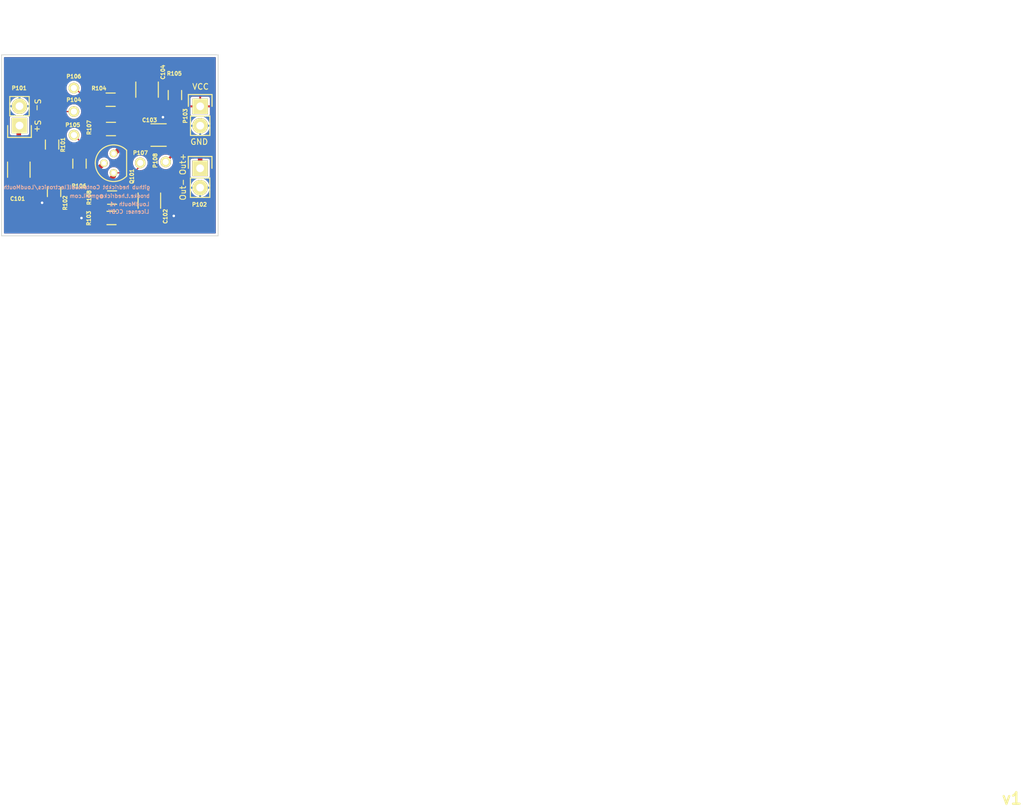
<source format=kicad_pcb>
(kicad_pcb (version 4) (host pcbnew "(2015-01-29 BZR 5396)-product")

  (general
    (links 27)
    (no_connects 0)
    (area 105.79 41.15 271.835714 194.26)
    (thickness 1.6)
    (drawings 15)
    (tracks 70)
    (zones 0)
    (modules 21)
    (nets 12)
  )

  (page A4)
  (layers
    (0 F.Cu signal)
    (31 B.Cu signal)
    (32 B.Adhes user)
    (33 F.Adhes user)
    (34 B.Paste user)
    (35 F.Paste user)
    (36 B.SilkS user)
    (37 F.SilkS user)
    (38 B.Mask user)
    (39 F.Mask user)
    (40 Dwgs.User user)
    (41 Cmts.User user)
    (42 Eco1.User user)
    (43 Eco2.User user)
    (44 Edge.Cuts user)
    (45 Margin user)
    (46 B.CrtYd user)
    (47 F.CrtYd user)
    (48 B.Fab user)
    (49 F.Fab user)
  )

  (setup
    (last_trace_width 0.3048)
    (user_trace_width 0.3048)
    (user_trace_width 0.6096)
    (trace_clearance 0.1524)
    (zone_clearance 0.254)
    (zone_45_only no)
    (trace_min 0.1524)
    (segment_width 0.2)
    (edge_width 0.1)
    (via_size 0.6858)
    (via_drill 0.3302)
    (via_min_size 0.6858)
    (via_min_drill 0.3302)
    (uvia_size 0.2794)
    (uvia_drill 0.0762)
    (uvias_allowed no)
    (uvia_min_size 0.2794)
    (uvia_min_drill 0.0762)
    (pcb_text_width 0.3)
    (pcb_text_size 1.5 1.5)
    (mod_edge_width 0.15)
    (mod_text_size 0.5 0.5)
    (mod_text_width 0.125)
    (pad_size 1.5 1.5)
    (pad_drill 0.6)
    (pad_to_mask_clearance 0)
    (aux_axis_origin 0 0)
    (grid_origin 112.37 65.39)
    (visible_elements 7FFEFFFF)
    (pcbplotparams
      (layerselection 0x00030_80000001)
      (usegerberextensions false)
      (excludeedgelayer true)
      (linewidth 0.100000)
      (plotframeref false)
      (viasonmask false)
      (mode 1)
      (useauxorigin false)
      (hpglpennumber 1)
      (hpglpenspeed 20)
      (hpglpendiameter 15)
      (hpglpenoverlay 2)
      (psnegative false)
      (psa4output false)
      (plotreference true)
      (plotvalue true)
      (plotinvisibletext false)
      (padsonsilk false)
      (subtractmaskfromsilk false)
      (outputformat 1)
      (mirror false)
      (drillshape 1)
      (scaleselection 1)
      (outputdirectory ""))
  )

  (net 0 "")
  (net 1 "Net-(C101-Pad1)")
  (net 2 /VIN)
  (net 3 GND)
  (net 4 "Net-(C102-Pad2)")
  (net 5 /VOUT)
  (net 6 "Net-(C103-Pad2)")
  (net 7 "Net-(C104-Pad2)")
  (net 8 /VCC)
  (net 9 "Net-(P107-Pad1)")
  (net 10 "Net-(Q101-Pad2)")
  (net 11 "Net-(Q101-Pad3)")

  (net_class Default "This is the default net class."
    (clearance 0.1524)
    (trace_width 0.1524)
    (via_dia 0.6858)
    (via_drill 0.3302)
    (uvia_dia 0.2794)
    (uvia_drill 0.0762)
    (add_net GND)
    (add_net "Net-(C101-Pad1)")
    (add_net "Net-(C102-Pad2)")
    (add_net "Net-(C103-Pad2)")
    (add_net "Net-(C104-Pad2)")
    (add_net "Net-(P107-Pad1)")
    (add_net "Net-(Q101-Pad2)")
    (add_net "Net-(Q101-Pad3)")
  )

  (net_class PWR ""
    (clearance 0.1524)
    (trace_width 0.6096)
    (via_dia 0.6858)
    (via_drill 0.3302)
    (uvia_dia 0.2794)
    (uvia_drill 0.0762)
    (add_net /VCC)
    (add_net /VIN)
    (add_net /VOUT)
  )

  (module Capacitors_SMD:C_1210_HandSoldering (layer F.Cu) (tedit 55FB817C) (tstamp 55FB4D97)
    (at 140.31 110.63 90)
    (descr "Capacitor SMD 1210, hand soldering")
    (tags "capacitor 1210")
    (path /55F618E7)
    (attr smd)
    (fp_text reference C101 (at -3.81 -0.16 180) (layer F.SilkS)
      (effects (font (size 0.5 0.5) (thickness 0.125)))
    )
    (fp_text value .82uf (at 0 2.7 90) (layer F.Fab)
      (effects (font (size 0.5 0.5) (thickness 0.125)))
    )
    (fp_line (start -3.3 -1.6) (end 3.3 -1.6) (layer F.CrtYd) (width 0.05))
    (fp_line (start -3.3 1.6) (end 3.3 1.6) (layer F.CrtYd) (width 0.05))
    (fp_line (start -3.3 -1.6) (end -3.3 1.6) (layer F.CrtYd) (width 0.05))
    (fp_line (start 3.3 -1.6) (end 3.3 1.6) (layer F.CrtYd) (width 0.05))
    (fp_line (start 1 -1.475) (end -1 -1.475) (layer F.SilkS) (width 0.15))
    (fp_line (start -1 1.475) (end 1 1.475) (layer F.SilkS) (width 0.15))
    (pad 1 smd rect (at -2 0 90) (size 2 2.5) (layers F.Cu F.Paste F.Mask)
      (net 1 "Net-(C101-Pad1)"))
    (pad 2 smd rect (at 2 0 90) (size 2 2.5) (layers F.Cu F.Paste F.Mask)
      (net 2 /VIN))
    (model Capacitors_SMD.3dshapes/C_1210_HandSoldering.wrl
      (at (xyz 0 0 0))
      (scale (xyz 1 1 1))
      (rotate (xyz 0 0 0))
    )
  )

  (module Capacitors_SMD:C_1210_HandSoldering (layer F.Cu) (tedit 55FB7ED9) (tstamp 55FB4D9D)
    (at 157.41 114.69 90)
    (descr "Capacitor SMD 1210, hand soldering")
    (tags "capacitor 1210")
    (path /55F61E1D)
    (attr smd)
    (fp_text reference C102 (at -2.06 2.1 90) (layer F.SilkS)
      (effects (font (size 0.5 0.5) (thickness 0.125)))
    )
    (fp_text value .82uf (at 0 2.7 90) (layer F.Fab)
      (effects (font (size 0.5 0.5) (thickness 0.125)))
    )
    (fp_line (start -3.3 -1.6) (end 3.3 -1.6) (layer F.CrtYd) (width 0.05))
    (fp_line (start -3.3 1.6) (end 3.3 1.6) (layer F.CrtYd) (width 0.05))
    (fp_line (start -3.3 -1.6) (end -3.3 1.6) (layer F.CrtYd) (width 0.05))
    (fp_line (start 3.3 -1.6) (end 3.3 1.6) (layer F.CrtYd) (width 0.05))
    (fp_line (start 1 -1.475) (end -1 -1.475) (layer F.SilkS) (width 0.15))
    (fp_line (start -1 1.475) (end 1 1.475) (layer F.SilkS) (width 0.15))
    (pad 1 smd rect (at -2 0 90) (size 2 2.5) (layers F.Cu F.Paste F.Mask)
      (net 3 GND))
    (pad 2 smd rect (at 2 0 90) (size 2 2.5) (layers F.Cu F.Paste F.Mask)
      (net 4 "Net-(C102-Pad2)"))
    (model Capacitors_SMD.3dshapes/C_1210_HandSoldering.wrl
      (at (xyz 0 0 0))
      (scale (xyz 1 1 1))
      (rotate (xyz 0 0 0))
    )
  )

  (module Capacitors_SMD:C_1210_HandSoldering (layer F.Cu) (tedit 55FB850E) (tstamp 55FB4DA3)
    (at 158.62 106.09 180)
    (descr "Capacitor SMD 1210, hand soldering")
    (tags "capacitor 1210")
    (path /55F628EE)
    (attr smd)
    (fp_text reference C103 (at 1.18 1.96 180) (layer F.SilkS)
      (effects (font (size 0.5 0.5) (thickness 0.125)))
    )
    (fp_text value .82uf (at 0 2.7 180) (layer F.Fab)
      (effects (font (size 0.5 0.5) (thickness 0.125)))
    )
    (fp_line (start -3.3 -1.6) (end 3.3 -1.6) (layer F.CrtYd) (width 0.05))
    (fp_line (start -3.3 1.6) (end 3.3 1.6) (layer F.CrtYd) (width 0.05))
    (fp_line (start -3.3 -1.6) (end -3.3 1.6) (layer F.CrtYd) (width 0.05))
    (fp_line (start 3.3 -1.6) (end 3.3 1.6) (layer F.CrtYd) (width 0.05))
    (fp_line (start 1 -1.475) (end -1 -1.475) (layer F.SilkS) (width 0.15))
    (fp_line (start -1 1.475) (end 1 1.475) (layer F.SilkS) (width 0.15))
    (pad 1 smd rect (at -2 0 180) (size 2 2.5) (layers F.Cu F.Paste F.Mask)
      (net 5 /VOUT))
    (pad 2 smd rect (at 2 0 180) (size 2 2.5) (layers F.Cu F.Paste F.Mask)
      (net 6 "Net-(C103-Pad2)"))
    (model Capacitors_SMD.3dshapes/C_1210_HandSoldering.wrl
      (at (xyz 0 0 0))
      (scale (xyz 1 1 1))
      (rotate (xyz 0 0 0))
    )
  )

  (module Capacitors_SMD:C_1210_HandSoldering (layer F.Cu) (tedit 55FB7F74) (tstamp 55FB4DA9)
    (at 157.11 100.14 90)
    (descr "Capacitor SMD 1210, hand soldering")
    (tags "capacitor 1210")
    (path /55F62171)
    (attr smd)
    (fp_text reference C104 (at 2.3 2.08 90) (layer F.SilkS)
      (effects (font (size 0.5 0.5) (thickness 0.125)))
    )
    (fp_text value .82uf (at 0 2.7 90) (layer F.Fab)
      (effects (font (size 0.5 0.5) (thickness 0.125)))
    )
    (fp_line (start -3.3 -1.6) (end 3.3 -1.6) (layer F.CrtYd) (width 0.05))
    (fp_line (start -3.3 1.6) (end 3.3 1.6) (layer F.CrtYd) (width 0.05))
    (fp_line (start -3.3 -1.6) (end -3.3 1.6) (layer F.CrtYd) (width 0.05))
    (fp_line (start 3.3 -1.6) (end 3.3 1.6) (layer F.CrtYd) (width 0.05))
    (fp_line (start 1 -1.475) (end -1 -1.475) (layer F.SilkS) (width 0.15))
    (fp_line (start -1 1.475) (end 1 1.475) (layer F.SilkS) (width 0.15))
    (pad 1 smd rect (at -2 0 90) (size 2 2.5) (layers F.Cu F.Paste F.Mask)
      (net 3 GND))
    (pad 2 smd rect (at 2 0 90) (size 2 2.5) (layers F.Cu F.Paste F.Mask)
      (net 7 "Net-(C104-Pad2)"))
    (model Capacitors_SMD.3dshapes/C_1210_HandSoldering.wrl
      (at (xyz 0 0 0))
      (scale (xyz 1 1 1))
      (rotate (xyz 0 0 0))
    )
  )

  (module Pin_Headers:Pin_Header_Straight_1x02 (layer F.Cu) (tedit 55FB8177) (tstamp 55FB4DAF)
    (at 140.4 104.85 180)
    (descr "Through hole pin header")
    (tags "pin header")
    (path /55F616FD)
    (fp_text reference P101 (at 0.04 4.91 180) (layer F.SilkS)
      (effects (font (size 0.5 0.5) (thickness 0.125)))
    )
    (fp_text value CONN_01X02 (at 0 -3.1 180) (layer F.Fab)
      (effects (font (size 0.5 0.5) (thickness 0.125)))
    )
    (fp_line (start 1.27 1.27) (end 1.27 3.81) (layer F.SilkS) (width 0.15))
    (fp_line (start 1.55 -1.55) (end 1.55 0) (layer F.SilkS) (width 0.15))
    (fp_line (start -1.75 -1.75) (end -1.75 4.3) (layer F.CrtYd) (width 0.05))
    (fp_line (start 1.75 -1.75) (end 1.75 4.3) (layer F.CrtYd) (width 0.05))
    (fp_line (start -1.75 -1.75) (end 1.75 -1.75) (layer F.CrtYd) (width 0.05))
    (fp_line (start -1.75 4.3) (end 1.75 4.3) (layer F.CrtYd) (width 0.05))
    (fp_line (start 1.27 1.27) (end -1.27 1.27) (layer F.SilkS) (width 0.15))
    (fp_line (start -1.55 0) (end -1.55 -1.55) (layer F.SilkS) (width 0.15))
    (fp_line (start -1.55 -1.55) (end 1.55 -1.55) (layer F.SilkS) (width 0.15))
    (fp_line (start -1.27 1.27) (end -1.27 3.81) (layer F.SilkS) (width 0.15))
    (fp_line (start -1.27 3.81) (end 1.27 3.81) (layer F.SilkS) (width 0.15))
    (pad 1 thru_hole rect (at 0 0 180) (size 2.032 2.032) (drill 1.016) (layers *.Cu *.Mask F.SilkS)
      (net 2 /VIN))
    (pad 2 thru_hole oval (at 0 2.54 180) (size 2.032 2.032) (drill 1.016) (layers *.Cu *.Mask F.SilkS)
      (net 3 GND))
    (model Pin_Headers.3dshapes/Pin_Header_Straight_1x02.wrl
      (at (xyz 0 -0.05 0))
      (scale (xyz 1 1 1))
      (rotate (xyz 0 0 90))
    )
  )

  (module Pin_Headers:Pin_Header_Straight_1x02 (layer F.Cu) (tedit 55FB7FE1) (tstamp 55FB4DB5)
    (at 164.06 110.45)
    (descr "Through hole pin header")
    (tags "pin header")
    (path /55F61F40)
    (fp_text reference P102 (at -0.09 4.75) (layer F.SilkS)
      (effects (font (size 0.5 0.5) (thickness 0.125)))
    )
    (fp_text value CONN_01X02 (at 0 -3.1) (layer F.Fab)
      (effects (font (size 0.5 0.5) (thickness 0.125)))
    )
    (fp_line (start 1.27 1.27) (end 1.27 3.81) (layer F.SilkS) (width 0.15))
    (fp_line (start 1.55 -1.55) (end 1.55 0) (layer F.SilkS) (width 0.15))
    (fp_line (start -1.75 -1.75) (end -1.75 4.3) (layer F.CrtYd) (width 0.05))
    (fp_line (start 1.75 -1.75) (end 1.75 4.3) (layer F.CrtYd) (width 0.05))
    (fp_line (start -1.75 -1.75) (end 1.75 -1.75) (layer F.CrtYd) (width 0.05))
    (fp_line (start -1.75 4.3) (end 1.75 4.3) (layer F.CrtYd) (width 0.05))
    (fp_line (start 1.27 1.27) (end -1.27 1.27) (layer F.SilkS) (width 0.15))
    (fp_line (start -1.55 0) (end -1.55 -1.55) (layer F.SilkS) (width 0.15))
    (fp_line (start -1.55 -1.55) (end 1.55 -1.55) (layer F.SilkS) (width 0.15))
    (fp_line (start -1.27 1.27) (end -1.27 3.81) (layer F.SilkS) (width 0.15))
    (fp_line (start -1.27 3.81) (end 1.27 3.81) (layer F.SilkS) (width 0.15))
    (pad 1 thru_hole rect (at 0 0) (size 2.032 2.032) (drill 1.016) (layers *.Cu *.Mask F.SilkS)
      (net 5 /VOUT))
    (pad 2 thru_hole oval (at 0 2.54) (size 2.032 2.032) (drill 1.016) (layers *.Cu *.Mask F.SilkS)
      (net 3 GND))
    (model Pin_Headers.3dshapes/Pin_Header_Straight_1x02.wrl
      (at (xyz 0 -0.05 0))
      (scale (xyz 1 1 1))
      (rotate (xyz 0 0 90))
    )
  )

  (module Pin_Headers:Pin_Header_Straight_1x02 (layer F.Cu) (tedit 55FB8278) (tstamp 55FB4DBB)
    (at 164.07 102.33)
    (descr "Through hole pin header")
    (tags "pin header")
    (path /55F623DC)
    (fp_text reference P103 (at -1.95 1.26 90) (layer F.SilkS)
      (effects (font (size 0.5 0.5) (thickness 0.125)))
    )
    (fp_text value CONN_01X02 (at 0 -3.1) (layer F.Fab)
      (effects (font (size 0.5 0.5) (thickness 0.125)))
    )
    (fp_line (start 1.27 1.27) (end 1.27 3.81) (layer F.SilkS) (width 0.15))
    (fp_line (start 1.55 -1.55) (end 1.55 0) (layer F.SilkS) (width 0.15))
    (fp_line (start -1.75 -1.75) (end -1.75 4.3) (layer F.CrtYd) (width 0.05))
    (fp_line (start 1.75 -1.75) (end 1.75 4.3) (layer F.CrtYd) (width 0.05))
    (fp_line (start -1.75 -1.75) (end 1.75 -1.75) (layer F.CrtYd) (width 0.05))
    (fp_line (start -1.75 4.3) (end 1.75 4.3) (layer F.CrtYd) (width 0.05))
    (fp_line (start 1.27 1.27) (end -1.27 1.27) (layer F.SilkS) (width 0.15))
    (fp_line (start -1.55 0) (end -1.55 -1.55) (layer F.SilkS) (width 0.15))
    (fp_line (start -1.55 -1.55) (end 1.55 -1.55) (layer F.SilkS) (width 0.15))
    (fp_line (start -1.27 1.27) (end -1.27 3.81) (layer F.SilkS) (width 0.15))
    (fp_line (start -1.27 3.81) (end 1.27 3.81) (layer F.SilkS) (width 0.15))
    (pad 1 thru_hole rect (at 0 0) (size 2.032 2.032) (drill 1.016) (layers *.Cu *.Mask F.SilkS)
      (net 8 /VCC))
    (pad 2 thru_hole oval (at 0 2.54) (size 2.032 2.032) (drill 1.016) (layers *.Cu *.Mask F.SilkS)
      (net 3 GND))
    (model Pin_Headers.3dshapes/Pin_Header_Straight_1x02.wrl
      (at (xyz 0 -0.05 0))
      (scale (xyz 1 1 1))
      (rotate (xyz 0 0 90))
    )
  )

  (module pcb:TESTPOINT_1 (layer F.Cu) (tedit 5562453A) (tstamp 55FB4DC0)
    (at 147.52 103.01)
    (descr "Connecteurs 2 pins")
    (tags "CONN DEV")
    (path /55F8CA0C)
    (fp_text reference P104 (at 0 -1.524) (layer F.SilkS)
      (effects (font (size 0.5 0.5) (thickness 0.125)))
    )
    (fp_text value "TP RES" (at 0.127 1.524) (layer F.Fab)
      (effects (font (size 0.5 0.5) (thickness 0.125)))
    )
    (pad 1 thru_hole circle (at 0 0) (size 1.397 1.397) (drill 0.8128) (layers *.Cu *.Mask F.SilkS)
      (net 7 "Net-(C104-Pad2)"))
    (model Connect.3dshapes/TESTPOINT.wrl
      (at (xyz 0 0 0))
      (scale (xyz 1 1 1))
      (rotate (xyz 0 0 0))
    )
  )

  (module pcb:TESTPOINT_1 (layer F.Cu) (tedit 55FB7E7E) (tstamp 55FB4DC5)
    (at 147.54 106.1)
    (descr "Connecteurs 2 pins")
    (tags "CONN DEV")
    (path /55F8C620)
    (fp_text reference P105 (at -0.16 -1.33) (layer F.SilkS)
      (effects (font (size 0.5 0.5) (thickness 0.125)))
    )
    (fp_text value "TP BAS" (at 0.127 1.524) (layer F.Fab)
      (effects (font (size 0.5 0.5) (thickness 0.125)))
    )
    (pad 1 thru_hole circle (at 0 0) (size 1.397 1.397) (drill 0.8128) (layers *.Cu *.Mask F.SilkS)
      (net 1 "Net-(C101-Pad1)"))
    (model Connect.3dshapes/TESTPOINT.wrl
      (at (xyz 0 0 0))
      (scale (xyz 1 1 1))
      (rotate (xyz 0 0 0))
    )
  )

  (module pcb:TESTPOINT_1 (layer F.Cu) (tedit 5562453A) (tstamp 55FB4DCA)
    (at 147.52 99.93)
    (descr "Connecteurs 2 pins")
    (tags "CONN DEV")
    (path /55F8C8BC)
    (fp_text reference P106 (at 0 -1.524) (layer F.SilkS)
      (effects (font (size 0.5 0.5) (thickness 0.125)))
    )
    (fp_text value "TP COLL" (at 0.127 1.524) (layer F.Fab)
      (effects (font (size 0.5 0.5) (thickness 0.125)))
    )
    (pad 1 thru_hole circle (at 0 0) (size 1.397 1.397) (drill 0.8128) (layers *.Cu *.Mask F.SilkS)
      (net 6 "Net-(C103-Pad2)"))
    (model Connect.3dshapes/TESTPOINT.wrl
      (at (xyz 0 0 0))
      (scale (xyz 1 1 1))
      (rotate (xyz 0 0 0))
    )
  )

  (module pcb:TESTPOINT_1 (layer F.Cu) (tedit 55FB836D) (tstamp 55FB4DCF)
    (at 156.22 109.74)
    (descr "Connecteurs 2 pins")
    (tags "CONN DEV")
    (path /55F8C819)
    (fp_text reference P107 (at 0.02 -1.31) (layer F.SilkS)
      (effects (font (size 0.5 0.5) (thickness 0.125)))
    )
    (fp_text value "TP EM" (at 0.127 1.524) (layer F.Fab)
      (effects (font (size 0.5 0.5) (thickness 0.125)))
    )
    (pad 1 thru_hole circle (at 0 0) (size 1.397 1.397) (drill 0.8128) (layers *.Cu *.Mask F.SilkS)
      (net 9 "Net-(P107-Pad1)"))
    (model Connect.3dshapes/TESTPOINT.wrl
      (at (xyz 0 0 0))
      (scale (xyz 1 1 1))
      (rotate (xyz 0 0 0))
    )
  )

  (module pcb:TESTPOINT_1 (layer F.Cu) (tedit 55FB8253) (tstamp 55FB4DD4)
    (at 159.55 109.61)
    (descr "Connecteurs 2 pins")
    (tags "CONN DEV")
    (path /55F8D992)
    (fp_text reference P108 (at -1.37 -0.17 90) (layer F.SilkS)
      (effects (font (size 0.5 0.5) (thickness 0.125)))
    )
    (fp_text value "TP AMPDN" (at 0.127 1.524) (layer F.Fab)
      (effects (font (size 0.5 0.5) (thickness 0.125)))
    )
    (pad 1 thru_hole circle (at 0 0) (size 1.397 1.397) (drill 0.8128) (layers *.Cu *.Mask F.SilkS)
      (net 5 /VOUT))
    (model Connect.3dshapes/TESTPOINT.wrl
      (at (xyz 0 0 0))
      (scale (xyz 1 1 1))
      (rotate (xyz 0 0 0))
    )
  )

  (module Housings_TO-92:TO-92_Molded_Narrow (layer F.Cu) (tedit 55FB7E13) (tstamp 55FB4DDB)
    (at 152.73 111.05 90)
    (descr "TO-92 leads molded, narrow, drill 0.6mm (see NXP sot054_po.pdf)")
    (tags "to-92 sc-43 sc-43a sot54 PA33 transistor")
    (path /55F61C9F)
    (fp_text reference Q101 (at -0.46 2.39 90) (layer F.SilkS)
      (effects (font (size 0.5 0.5) (thickness 0.125)))
    )
    (fp_text value NPN (at 0 3 90) (layer F.Fab)
      (effects (font (size 0.5 0.5) (thickness 0.125)))
    )
    (fp_line (start -1.4 1.95) (end -1.4 -2.65) (layer F.CrtYd) (width 0.05))
    (fp_line (start -1.4 1.95) (end 3.9 1.95) (layer F.CrtYd) (width 0.05))
    (fp_line (start -0.43 1.7) (end 2.97 1.7) (layer F.SilkS) (width 0.15))
    (fp_arc (start 1.27 0) (end 1.27 -2.4) (angle -135) (layer F.SilkS) (width 0.15))
    (fp_arc (start 1.27 0) (end 1.27 -2.4) (angle 135) (layer F.SilkS) (width 0.15))
    (fp_line (start -1.4 -2.65) (end 3.9 -2.65) (layer F.CrtYd) (width 0.05))
    (fp_line (start 3.9 1.95) (end 3.9 -2.65) (layer F.CrtYd) (width 0.05))
    (pad 2 thru_hole circle (at 1.27 -1.27 180) (size 1.00076 1.00076) (drill 0.6) (layers *.Cu *.Mask F.SilkS)
      (net 10 "Net-(Q101-Pad2)"))
    (pad 3 thru_hole circle (at 2.54 0 180) (size 1.00076 1.00076) (drill 0.6) (layers *.Cu *.Mask F.SilkS)
      (net 11 "Net-(Q101-Pad3)"))
    (pad 1 thru_hole circle (at 0 0 180) (size 1.00076 1.00076) (drill 0.6) (layers *.Cu *.Mask F.SilkS)
      (net 9 "Net-(P107-Pad1)"))
    (model Housings_TO-92.3dshapes/TO-92_Molded_Narrow.wrl
      (at (xyz 0.05 0 0))
      (scale (xyz 1 1 1))
      (rotate (xyz 0 0 -90))
    )
  )

  (module Resistors_SMD:R_0805_HandSoldering (layer F.Cu) (tedit 55FB837C) (tstamp 55FB4DE1)
    (at 144.67 107.34 270)
    (descr "Resistor SMD 0805, hand soldering")
    (tags "resistor 0805")
    (path /55F619B3)
    (attr smd)
    (fp_text reference R101 (at 0.03 -1.42 270) (layer F.SilkS)
      (effects (font (size 0.5 0.5) (thickness 0.125)))
    )
    (fp_text value 82k (at 0 2.1 270) (layer F.Fab)
      (effects (font (size 0.5 0.5) (thickness 0.125)))
    )
    (fp_line (start -2.4 -1) (end 2.4 -1) (layer F.CrtYd) (width 0.05))
    (fp_line (start -2.4 1) (end 2.4 1) (layer F.CrtYd) (width 0.05))
    (fp_line (start -2.4 -1) (end -2.4 1) (layer F.CrtYd) (width 0.05))
    (fp_line (start 2.4 -1) (end 2.4 1) (layer F.CrtYd) (width 0.05))
    (fp_line (start 0.6 0.875) (end -0.6 0.875) (layer F.SilkS) (width 0.15))
    (fp_line (start -0.6 -0.875) (end 0.6 -0.875) (layer F.SilkS) (width 0.15))
    (pad 1 smd rect (at -1.35 0 270) (size 1.5 1.3) (layers F.Cu F.Paste F.Mask)
      (net 7 "Net-(C104-Pad2)"))
    (pad 2 smd rect (at 1.35 0 270) (size 1.5 1.3) (layers F.Cu F.Paste F.Mask)
      (net 1 "Net-(C101-Pad1)"))
    (model Resistors_SMD.3dshapes/R_0805_HandSoldering.wrl
      (at (xyz 0 0 0))
      (scale (xyz 1 1 1))
      (rotate (xyz 0 0 0))
    )
  )

  (module Resistors_SMD:R_0805_HandSoldering (layer F.Cu) (tedit 55FB8130) (tstamp 55FB4DE7)
    (at 144.93 113.56 270)
    (descr "Resistor SMD 0805, hand soldering")
    (tags "resistor 0805")
    (path /55F61A33)
    (attr smd)
    (fp_text reference R102 (at 1.43 -1.45 270) (layer F.SilkS)
      (effects (font (size 0.5 0.5) (thickness 0.125)))
    )
    (fp_text value 39k (at 0 2.1 270) (layer F.Fab)
      (effects (font (size 0.5 0.5) (thickness 0.125)))
    )
    (fp_line (start -2.4 -1) (end 2.4 -1) (layer F.CrtYd) (width 0.05))
    (fp_line (start -2.4 1) (end 2.4 1) (layer F.CrtYd) (width 0.05))
    (fp_line (start -2.4 -1) (end -2.4 1) (layer F.CrtYd) (width 0.05))
    (fp_line (start 2.4 -1) (end 2.4 1) (layer F.CrtYd) (width 0.05))
    (fp_line (start 0.6 0.875) (end -0.6 0.875) (layer F.SilkS) (width 0.15))
    (fp_line (start -0.6 -0.875) (end 0.6 -0.875) (layer F.SilkS) (width 0.15))
    (pad 1 smd rect (at -1.35 0 270) (size 1.5 1.3) (layers F.Cu F.Paste F.Mask)
      (net 1 "Net-(C101-Pad1)"))
    (pad 2 smd rect (at 1.35 0 270) (size 1.5 1.3) (layers F.Cu F.Paste F.Mask)
      (net 3 GND))
    (model Resistors_SMD.3dshapes/R_0805_HandSoldering.wrl
      (at (xyz 0 0 0))
      (scale (xyz 1 1 1))
      (rotate (xyz 0 0 0))
    )
  )

  (module Resistors_SMD:R_0805_HandSoldering (layer F.Cu) (tedit 55FB7A9B) (tstamp 55FB4DED)
    (at 152.45 116.96 180)
    (descr "Resistor SMD 0805, hand soldering")
    (tags "resistor 0805")
    (path /55F61B02)
    (attr smd)
    (fp_text reference R103 (at 2.97 -0.04 270) (layer F.SilkS)
      (effects (font (size 0.5 0.5) (thickness 0.125)))
    )
    (fp_text value 4.7k (at 0 2.1 180) (layer F.Fab)
      (effects (font (size 0.5 0.5) (thickness 0.125)))
    )
    (fp_line (start -2.4 -1) (end 2.4 -1) (layer F.CrtYd) (width 0.05))
    (fp_line (start -2.4 1) (end 2.4 1) (layer F.CrtYd) (width 0.05))
    (fp_line (start -2.4 -1) (end -2.4 1) (layer F.CrtYd) (width 0.05))
    (fp_line (start 2.4 -1) (end 2.4 1) (layer F.CrtYd) (width 0.05))
    (fp_line (start 0.6 0.875) (end -0.6 0.875) (layer F.SilkS) (width 0.15))
    (fp_line (start -0.6 -0.875) (end 0.6 -0.875) (layer F.SilkS) (width 0.15))
    (pad 1 smd rect (at -1.35 0 180) (size 1.5 1.3) (layers F.Cu F.Paste F.Mask)
      (net 4 "Net-(C102-Pad2)"))
    (pad 2 smd rect (at 1.35 0 180) (size 1.5 1.3) (layers F.Cu F.Paste F.Mask)
      (net 3 GND))
    (model Resistors_SMD.3dshapes/R_0805_HandSoldering.wrl
      (at (xyz 0 0 0))
      (scale (xyz 1 1 1))
      (rotate (xyz 0 0 0))
    )
  )

  (module Resistors_SMD:R_0805_HandSoldering (layer F.Cu) (tedit 55FB7F7F) (tstamp 55FB4DF3)
    (at 152.34 101.46 180)
    (descr "Resistor SMD 0805, hand soldering")
    (tags "resistor 0805")
    (path /55F61A9F)
    (attr smd)
    (fp_text reference R104 (at 1.53 1.49 180) (layer F.SilkS)
      (effects (font (size 0.5 0.5) (thickness 0.125)))
    )
    (fp_text value 6.8k (at 0 2.1 180) (layer F.Fab)
      (effects (font (size 0.5 0.5) (thickness 0.125)))
    )
    (fp_line (start -2.4 -1) (end 2.4 -1) (layer F.CrtYd) (width 0.05))
    (fp_line (start -2.4 1) (end 2.4 1) (layer F.CrtYd) (width 0.05))
    (fp_line (start -2.4 -1) (end -2.4 1) (layer F.CrtYd) (width 0.05))
    (fp_line (start 2.4 -1) (end 2.4 1) (layer F.CrtYd) (width 0.05))
    (fp_line (start 0.6 0.875) (end -0.6 0.875) (layer F.SilkS) (width 0.15))
    (fp_line (start -0.6 -0.875) (end 0.6 -0.875) (layer F.SilkS) (width 0.15))
    (pad 1 smd rect (at -1.35 0 180) (size 1.5 1.3) (layers F.Cu F.Paste F.Mask)
      (net 7 "Net-(C104-Pad2)"))
    (pad 2 smd rect (at 1.35 0 180) (size 1.5 1.3) (layers F.Cu F.Paste F.Mask)
      (net 6 "Net-(C103-Pad2)"))
    (model Resistors_SMD.3dshapes/R_0805_HandSoldering.wrl
      (at (xyz 0 0 0))
      (scale (xyz 1 1 1))
      (rotate (xyz 0 0 0))
    )
  )

  (module Resistors_SMD:R_0805_HandSoldering (layer F.Cu) (tedit 55FB7FD1) (tstamp 55FB4DF9)
    (at 160.76 100.85 90)
    (descr "Resistor SMD 0805, hand soldering")
    (tags "resistor 0805")
    (path /55F6231B)
    (attr smd)
    (fp_text reference R105 (at 2.82 -0.08 180) (layer F.SilkS)
      (effects (font (size 0.5 0.5) (thickness 0.125)))
    )
    (fp_text value 33 (at 0 2.1 90) (layer F.Fab)
      (effects (font (size 0.5 0.5) (thickness 0.125)))
    )
    (fp_line (start -2.4 -1) (end 2.4 -1) (layer F.CrtYd) (width 0.05))
    (fp_line (start -2.4 1) (end 2.4 1) (layer F.CrtYd) (width 0.05))
    (fp_line (start -2.4 -1) (end -2.4 1) (layer F.CrtYd) (width 0.05))
    (fp_line (start 2.4 -1) (end 2.4 1) (layer F.CrtYd) (width 0.05))
    (fp_line (start 0.6 0.875) (end -0.6 0.875) (layer F.SilkS) (width 0.15))
    (fp_line (start -0.6 -0.875) (end 0.6 -0.875) (layer F.SilkS) (width 0.15))
    (pad 1 smd rect (at -1.35 0 90) (size 1.5 1.3) (layers F.Cu F.Paste F.Mask)
      (net 8 /VCC))
    (pad 2 smd rect (at 1.35 0 90) (size 1.5 1.3) (layers F.Cu F.Paste F.Mask)
      (net 7 "Net-(C104-Pad2)"))
    (model Resistors_SMD.3dshapes/R_0805_HandSoldering.wrl
      (at (xyz 0 0 0))
      (scale (xyz 1 1 1))
      (rotate (xyz 0 0 0))
    )
  )

  (module Resistors_SMD:R_0805_HandSoldering (layer F.Cu) (tedit 55FB7E05) (tstamp 55FB4DFF)
    (at 148.26 109.84 90)
    (descr "Resistor SMD 0805, hand soldering")
    (tags "resistor 0805")
    (path /55F8CE71)
    (attr smd)
    (fp_text reference R106 (at -2.94 -0.06 180) (layer F.SilkS)
      (effects (font (size 0.5 0.5) (thickness 0.125)))
    )
    (fp_text value 0 (at 0 2.1 90) (layer F.Fab)
      (effects (font (size 0.5 0.5) (thickness 0.125)))
    )
    (fp_line (start -2.4 -1) (end 2.4 -1) (layer F.CrtYd) (width 0.05))
    (fp_line (start -2.4 1) (end 2.4 1) (layer F.CrtYd) (width 0.05))
    (fp_line (start -2.4 -1) (end -2.4 1) (layer F.CrtYd) (width 0.05))
    (fp_line (start 2.4 -1) (end 2.4 1) (layer F.CrtYd) (width 0.05))
    (fp_line (start 0.6 0.875) (end -0.6 0.875) (layer F.SilkS) (width 0.15))
    (fp_line (start -0.6 -0.875) (end 0.6 -0.875) (layer F.SilkS) (width 0.15))
    (pad 1 smd rect (at -1.35 0 90) (size 1.5 1.3) (layers F.Cu F.Paste F.Mask)
      (net 10 "Net-(Q101-Pad2)"))
    (pad 2 smd rect (at 1.35 0 90) (size 1.5 1.3) (layers F.Cu F.Paste F.Mask)
      (net 1 "Net-(C101-Pad1)"))
    (model Resistors_SMD.3dshapes/R_0805_HandSoldering.wrl
      (at (xyz 0 0 0))
      (scale (xyz 1 1 1))
      (rotate (xyz 0 0 0))
    )
  )

  (module Resistors_SMD:R_0805_HandSoldering (layer F.Cu) (tedit 55FB7F6E) (tstamp 55FB4E05)
    (at 152.38 105.3)
    (descr "Resistor SMD 0805, hand soldering")
    (tags "resistor 0805")
    (path /55F8D5BA)
    (attr smd)
    (fp_text reference R107 (at -2.86 -0.19 90) (layer F.SilkS)
      (effects (font (size 0.5 0.5) (thickness 0.125)))
    )
    (fp_text value 0 (at 0 2.1) (layer F.Fab)
      (effects (font (size 0.5 0.5) (thickness 0.125)))
    )
    (fp_line (start -2.4 -1) (end 2.4 -1) (layer F.CrtYd) (width 0.05))
    (fp_line (start -2.4 1) (end 2.4 1) (layer F.CrtYd) (width 0.05))
    (fp_line (start -2.4 -1) (end -2.4 1) (layer F.CrtYd) (width 0.05))
    (fp_line (start 2.4 -1) (end 2.4 1) (layer F.CrtYd) (width 0.05))
    (fp_line (start 0.6 0.875) (end -0.6 0.875) (layer F.SilkS) (width 0.15))
    (fp_line (start -0.6 -0.875) (end 0.6 -0.875) (layer F.SilkS) (width 0.15))
    (pad 1 smd rect (at -1.35 0) (size 1.5 1.3) (layers F.Cu F.Paste F.Mask)
      (net 6 "Net-(C103-Pad2)"))
    (pad 2 smd rect (at 1.35 0) (size 1.5 1.3) (layers F.Cu F.Paste F.Mask)
      (net 11 "Net-(Q101-Pad3)"))
    (model Resistors_SMD.3dshapes/R_0805_HandSoldering.wrl
      (at (xyz 0 0 0))
      (scale (xyz 1 1 1))
      (rotate (xyz 0 0 0))
    )
  )

  (module Resistors_SMD:R_0805_HandSoldering (layer F.Cu) (tedit 55FB7A8B) (tstamp 55FB4E0B)
    (at 152.53 114.29)
    (descr "Resistor SMD 0805, hand soldering")
    (tags "resistor 0805")
    (path /55F8D084)
    (attr smd)
    (fp_text reference R108 (at -3.01 0.01 90) (layer F.SilkS)
      (effects (font (size 0.5 0.5) (thickness 0.125)))
    )
    (fp_text value 0 (at 0 2.1) (layer F.Fab)
      (effects (font (size 0.5 0.5) (thickness 0.125)))
    )
    (fp_line (start -2.4 -1) (end 2.4 -1) (layer F.CrtYd) (width 0.05))
    (fp_line (start -2.4 1) (end 2.4 1) (layer F.CrtYd) (width 0.05))
    (fp_line (start -2.4 -1) (end -2.4 1) (layer F.CrtYd) (width 0.05))
    (fp_line (start 2.4 -1) (end 2.4 1) (layer F.CrtYd) (width 0.05))
    (fp_line (start 0.6 0.875) (end -0.6 0.875) (layer F.SilkS) (width 0.15))
    (fp_line (start -0.6 -0.875) (end 0.6 -0.875) (layer F.SilkS) (width 0.15))
    (pad 1 smd rect (at -1.35 0) (size 1.5 1.3) (layers F.Cu F.Paste F.Mask)
      (net 9 "Net-(P107-Pad1)"))
    (pad 2 smd rect (at 1.35 0) (size 1.5 1.3) (layers F.Cu F.Paste F.Mask)
      (net 4 "Net-(C102-Pad2)"))
    (model Resistors_SMD.3dshapes/R_0805_HandSoldering.wrl
      (at (xyz 0 0 0))
      (scale (xyz 1 1 1))
      (rotate (xyz 0 0 0))
    )
  )

  (gr_text "License: CCBY" (at 154.72 116.13) (layer B.SilkS)
    (effects (font (size 0.5 0.5) (thickness 0.1)) (justify mirror))
  )
  (gr_text "LoudMouth v1" (at 154.8 115.14) (layer B.SilkS)
    (effects (font (size 0.5 0.5) (thickness 0.1)) (justify mirror))
  )
  (gr_text brooke.t.hedrick@gmail.com (at 152.21 114.07) (layer B.SilkS)
    (effects (font (size 0.5 0.5) (thickness 0.1)) (justify mirror))
  )
  (gr_text "github hedrickbt ContextualElectronics/LoudMouth" (at 147.91 112.93) (layer B.SilkS)
    (effects (font (size 0.5 0.5) (thickness 0.1)) (justify mirror))
  )
  (gr_line (start 166.42 95.57) (end 138.06 95.57) (angle 90) (layer Edge.Cuts) (width 0.1))
  (gr_line (start 166.42 119.3) (end 166.42 95.57) (angle 90) (layer Edge.Cuts) (width 0.1))
  (gr_line (start 138.06 119.3) (end 166.42 119.3) (angle 90) (layer Edge.Cuts) (width 0.1))
  (gr_line (start 138.06 95.57) (end 138.06 119.3) (angle 90) (layer Edge.Cuts) (width 0.1))
  (gr_text GND (at 163.94 106.98) (layer F.SilkS)
    (effects (font (size 0.75 0.75) (thickness 0.125)))
  )
  (gr_text VCC (at 164.12 99.75) (layer F.SilkS)
    (effects (font (size 0.75 0.75) (thickness 0.125)))
  )
  (gr_text Out- (at 161.81 113.24 90) (layer F.SilkS)
    (effects (font (size 0.75 0.75) (thickness 0.125)))
  )
  (gr_text Out+ (at 161.8 109.92 90) (layer F.SilkS)
    (effects (font (size 0.75 0.75) (thickness 0.125)))
  )
  (gr_text S+ (at 142.76 104.93 270) (layer F.SilkS)
    (effects (font (size 0.75 0.75) (thickness 0.125)))
  )
  (gr_text S- (at 142.76 102.15 270) (layer F.SilkS)
    (effects (font (size 0.75 0.75) (thickness 0.125)))
  )
  (gr_text v1 (at 270.4 193.06) (layer F.SilkS)
    (effects (font (size 1.5 1.5) (thickness 0.3)))
  )

  (segment (start 144.67 110.34) (end 144.67 108.69) (width 0.6096) (layer F.Cu) (net 1) (tstamp 55FB7DDF))
  (segment (start 144.45 110.56) (end 144.67 110.34) (width 0.6096) (layer F.Cu) (net 1) (tstamp 55FB7DDE))
  (segment (start 142.77 110.56) (end 144.45 110.56) (width 0.6096) (layer F.Cu) (net 1) (tstamp 55FB7DDD))
  (segment (start 140.7 112.63) (end 142.77 110.56) (width 0.6096) (layer F.Cu) (net 1) (tstamp 55FB7DDC))
  (segment (start 140.31 112.63) (end 140.7 112.63) (width 0.6096) (layer F.Cu) (net 1))
  (segment (start 144.93 111.04) (end 144.45 110.56) (width 0.6096) (layer F.Cu) (net 1) (tstamp 55FB7DE5))
  (segment (start 144.93 112.21) (end 144.93 111.04) (width 0.6096) (layer F.Cu) (net 1))
  (segment (start 145.96 110.34) (end 144.67 110.34) (width 0.6096) (layer F.Cu) (net 1) (tstamp 55FB7E84))
  (segment (start 147.81 108.49) (end 145.96 110.34) (width 0.6096) (layer F.Cu) (net 1) (tstamp 55FB7E83))
  (segment (start 148.26 108.49) (end 147.81 108.49) (width 0.6096) (layer F.Cu) (net 1))
  (segment (start 148.26 106.82) (end 147.54 106.1) (width 0.1524) (layer F.Cu) (net 1) (tstamp 55FB7E8E))
  (segment (start 148.26 108.49) (end 148.26 106.82) (width 0.1524) (layer F.Cu) (net 1))
  (segment (start 140.31 104.94) (end 140.4 104.85) (width 0.6096) (layer F.Cu) (net 2) (tstamp 55FB7DD9))
  (segment (start 140.31 108.63) (end 140.31 104.94) (width 0.6096) (layer F.Cu) (net 2))
  (segment (start 157.11 102.14) (end 157.58 102.14) (width 0.6096) (layer F.Cu) (net 3))
  (segment (start 157.58 102.14) (end 159.19 103.75) (width 0.6096) (layer F.Cu) (net 3) (tstamp 55FB84E9))
  (via (at 159.19 103.75) (size 0.6858) (layers F.Cu B.Cu) (net 3))
  (segment (start 151.1 116.96) (end 148.53 116.96) (width 0.6096) (layer F.Cu) (net 3))
  (via (at 148.52 116.97) (size 0.6858) (layers F.Cu B.Cu) (net 3))
  (segment (start 148.53 116.96) (end 148.52 116.97) (width 0.6096) (layer F.Cu) (net 3) (tstamp 55FB84D2))
  (segment (start 157.41 116.69) (end 160.61 116.69) (width 0.6096) (layer F.Cu) (net 3))
  (via (at 160.61 116.69) (size 0.6858) (layers F.Cu B.Cu) (net 3))
  (segment (start 144.93 114.91) (end 143.42 114.91) (width 0.6096) (layer F.Cu) (net 3))
  (via (at 143.36 114.97) (size 0.6858) (layers F.Cu B.Cu) (net 3))
  (segment (start 143.42 114.91) (end 143.36 114.97) (width 0.6096) (layer F.Cu) (net 3) (tstamp 55FB8468))
  (segment (start 153.8 114.37) (end 153.88 114.29) (width 0.6096) (layer F.Cu) (net 4) (tstamp 55FB7EE4))
  (segment (start 153.8 116.96) (end 153.8 114.37) (width 0.6096) (layer F.Cu) (net 4))
  (segment (start 155.81 114.29) (end 157.41 112.69) (width 0.6096) (layer F.Cu) (net 4) (tstamp 55FB7EE7))
  (segment (start 153.88 114.29) (end 155.81 114.29) (width 0.6096) (layer F.Cu) (net 4))
  (segment (start 160.62 106.09) (end 160.62 108.54) (width 0.3048) (layer F.Cu) (net 5))
  (segment (start 160.62 108.54) (end 159.55 109.61) (width 0.3048) (layer F.Cu) (net 5) (tstamp 55FB8718))
  (segment (start 160.62 106.09) (end 161.12 106.09) (width 0.6096) (layer F.Cu) (net 5))
  (segment (start 161.12 106.09) (end 164.06 109.03) (width 0.6096) (layer F.Cu) (net 5) (tstamp 55FB86F0))
  (segment (start 164.06 109.03) (end 164.06 110.45) (width 0.6096) (layer F.Cu) (net 5) (tstamp 55FB86F4))
  (segment (start 160.49 106.22) (end 160.62 106.09) (width 0.3048) (layer F.Cu) (net 5) (tstamp 55FB8093))
  (segment (start 160.62 106.09) (end 161.2 106.09) (width 0.6096) (layer F.Cu) (net 5))
  (segment (start 149.22 101.46) (end 150.99 101.46) (width 0.1524) (layer F.Cu) (net 6) (tstamp 55FB7F5E))
  (segment (start 147.69 99.93) (end 149.22 101.46) (width 0.1524) (layer F.Cu) (net 6) (tstamp 55FB7F59))
  (segment (start 147.52 99.93) (end 147.69 99.93) (width 0.1524) (layer F.Cu) (net 6))
  (segment (start 150.99 105.26) (end 151.03 105.3) (width 0.6096) (layer F.Cu) (net 6) (tstamp 55FB7FA0))
  (segment (start 150.99 103.4) (end 150.99 105.26) (width 0.6096) (layer F.Cu) (net 6) (tstamp 55FB8005))
  (segment (start 150.99 101.46) (end 150.99 103.4) (width 0.6096) (layer F.Cu) (net 6))
  (segment (start 156.62 105.36) (end 156.62 106.09) (width 0.6096) (layer F.Cu) (net 6) (tstamp 55FB8008))
  (segment (start 154.66 103.4) (end 156.62 105.36) (width 0.6096) (layer F.Cu) (net 6) (tstamp 55FB8007))
  (segment (start 150.99 103.4) (end 154.66 103.4) (width 0.6096) (layer F.Cu) (net 6))
  (segment (start 145.64 103.01) (end 144.67 103.98) (width 0.1524) (layer F.Cu) (net 7) (tstamp 55FB7F43))
  (segment (start 144.67 103.98) (end 144.67 105.99) (width 0.1524) (layer F.Cu) (net 7) (tstamp 55FB7F4C))
  (segment (start 147.52 103.01) (end 145.64 103.01) (width 0.1524) (layer F.Cu) (net 7))
  (segment (start 158.47 99.5) (end 157.11 98.14) (width 0.6096) (layer F.Cu) (net 7) (tstamp 55FB7FBA))
  (segment (start 160.76 99.5) (end 158.47 99.5) (width 0.6096) (layer F.Cu) (net 7))
  (segment (start 153.965 99.335) (end 155.16 98.14) (width 0.6096) (layer F.Cu) (net 7) (tstamp 55FB8065))
  (segment (start 155.16 98.14) (end 157.11 98.14) (width 0.6096) (layer F.Cu) (net 7) (tstamp 55FB8025))
  (segment (start 153.69 99.61) (end 153.965 99.335) (width 0.6096) (layer F.Cu) (net 7) (tstamp 55FB8024))
  (segment (start 153.69 101.46) (end 153.69 99.61) (width 0.6096) (layer F.Cu) (net 7))
  (segment (start 144.67 100.61) (end 146.97 98.31) (width 0.6096) (layer F.Cu) (net 7) (tstamp 55FB802E))
  (segment (start 146.97 98.31) (end 152.94 98.31) (width 0.6096) (layer F.Cu) (net 7) (tstamp 55FB8049))
  (segment (start 152.94 98.31) (end 153.965 99.335) (width 0.6096) (layer F.Cu) (net 7) (tstamp 55FB8060))
  (segment (start 144.67 105.99) (end 144.67 100.61) (width 0.6096) (layer F.Cu) (net 7))
  (segment (start 160.89 102.33) (end 160.76 102.2) (width 0.6096) (layer F.Cu) (net 8) (tstamp 55FB7FB7))
  (segment (start 151.18 113.02) (end 151.18 114.29) (width 0.6096) (layer F.Cu) (net 9) (tstamp 55FB7EC6))
  (segment (start 152.73 111.47) (end 151.18 113.02) (width 0.6096) (layer F.Cu) (net 9) (tstamp 55FB7EC4))
  (segment (start 152.73 111.05) (end 152.73 111.47) (width 0.6096) (layer F.Cu) (net 9))
  (segment (start 156.22 110.14) (end 156.22 109.74) (width 0.1524) (layer F.Cu) (net 9) (tstamp 55FB807E))
  (segment (start 155.31 111.05) (end 156.22 110.14) (width 0.1524) (layer F.Cu) (net 9) (tstamp 55FB8079))
  (segment (start 152.73 111.05) (end 155.31 111.05) (width 0.1524) (layer F.Cu) (net 9))
  (segment (start 150.05 111.19) (end 151.46 109.78) (width 0.6096) (layer F.Cu) (net 10) (tstamp 55FB7EB3))
  (segment (start 148.26 111.19) (end 150.05 111.19) (width 0.6096) (layer F.Cu) (net 10))
  (segment (start 153.73 107.67) (end 153.73 105.3) (width 0.6096) (layer F.Cu) (net 11) (tstamp 55FB7ECA))
  (segment (start 152.89 108.51) (end 153.73 107.67) (width 0.6096) (layer F.Cu) (net 11) (tstamp 55FB7EC9))
  (segment (start 152.73 108.51) (end 152.89 108.51) (width 0.6096) (layer F.Cu) (net 11))

  (zone (net 3) (net_name GND) (layer B.Cu) (tstamp 55FB7CFE) (hatch edge 0.508)
    (connect_pads (clearance 0.254))
    (min_thickness 0.1524)
    (fill yes (arc_segments 16) (thermal_gap 0.254) (thermal_bridge_width 0.254))
    (polygon
      (pts
        (xy 177.29 88.52) (xy 177.168142 88.526033) (xy 177.17 88.39)
      )
    )
  )
  (zone (net 8) (net_name /VCC) (layer F.Cu) (tstamp 55FB8670) (hatch edge 0.508)
    (connect_pads (clearance 0.254))
    (min_thickness 0.1524)
    (fill yes (arc_segments 16) (thermal_gap 0.254) (thermal_bridge_width 0.254))
    (polygon
      (pts
        (xy 138.12 95.63) (xy 138.12 119.24) (xy 166.36 119.24) (xy 166.36 95.63)
      )
    )
    (filled_polygon
      (pts
        (xy 166.0398 118.9198) (xy 165.442574 118.9198) (xy 165.442574 104.87) (xy 165.340101 104.354832) (xy 165.048281 103.918093)
        (xy 164.686262 103.6762) (xy 165.151681 103.6762) (xy 165.273043 103.62593) (xy 165.36593 103.533043) (xy 165.4162 103.411681)
        (xy 165.4162 103.280319) (xy 165.4162 102.46335) (xy 165.4162 102.19665) (xy 165.4162 101.379681) (xy 165.4162 101.248319)
        (xy 165.36593 101.126957) (xy 165.273043 101.03407) (xy 165.151681 100.9838) (xy 164.20335 100.9838) (xy 164.1208 101.06635)
        (xy 164.1208 102.2792) (xy 165.33365 102.2792) (xy 165.4162 102.19665) (xy 165.4162 102.46335) (xy 165.33365 102.3808)
        (xy 164.1208 102.3808) (xy 164.1208 102.4008) (xy 164.0192 102.4008) (xy 164.0192 102.3808) (xy 164.0192 102.2792)
        (xy 164.0192 101.06635) (xy 163.93665 100.9838) (xy 162.988319 100.9838) (xy 162.866957 101.03407) (xy 162.77407 101.126957)
        (xy 162.7238 101.248319) (xy 162.7238 101.379681) (xy 162.7238 102.19665) (xy 162.80635 102.2792) (xy 164.0192 102.2792)
        (xy 164.0192 102.3808) (xy 162.80635 102.3808) (xy 162.7238 102.46335) (xy 162.7238 103.280319) (xy 162.7238 103.411681)
        (xy 162.77407 103.533043) (xy 162.866957 103.62593) (xy 162.988319 103.6762) (xy 163.453737 103.6762) (xy 163.091719 103.918093)
        (xy 162.799899 104.354832) (xy 162.697426 104.87) (xy 162.799899 105.385168) (xy 163.091719 105.821907) (xy 163.528458 106.113727)
        (xy 164.043626 106.2162) (xy 164.096374 106.2162) (xy 164.611542 106.113727) (xy 165.048281 105.821907) (xy 165.340101 105.385168)
        (xy 165.442574 104.87) (xy 165.442574 118.9198) (xy 165.432574 118.9198) (xy 165.432574 112.99) (xy 165.330101 112.474832)
        (xy 165.038281 112.038093) (xy 164.685944 111.802669) (xy 165.076 111.802669) (xy 165.201904 111.778241) (xy 165.312562 111.70555)
        (xy 165.386636 111.595813) (xy 165.412669 111.466) (xy 165.412669 109.434) (xy 165.388241 109.308096) (xy 165.31555 109.197438)
        (xy 165.205813 109.123364) (xy 165.076 109.097331) (xy 164.695 109.097331) (xy 164.695 109.03) (xy 164.646664 108.786996)
        (xy 164.509013 108.580987) (xy 161.956669 106.028643) (xy 161.956669 104.84) (xy 161.932241 104.714096) (xy 161.85955 104.603438)
        (xy 161.749813 104.529364) (xy 161.746669 104.528733) (xy 161.746669 100.25) (xy 161.746669 98.75) (xy 161.722241 98.624096)
        (xy 161.64955 98.513438) (xy 161.539813 98.439364) (xy 161.41 98.413331) (xy 160.11 98.413331) (xy 159.984096 98.437759)
        (xy 159.873438 98.51045) (xy 159.799364 98.620187) (xy 159.773331 98.75) (xy 159.773331 98.865) (xy 158.733025 98.865)
        (xy 158.696669 98.828643) (xy 158.696669 97.14) (xy 158.672241 97.014096) (xy 158.59955 96.903438) (xy 158.489813 96.829364)
        (xy 158.36 96.803331) (xy 155.86 96.803331) (xy 155.734096 96.827759) (xy 155.623438 96.90045) (xy 155.549364 97.010187)
        (xy 155.523331 97.14) (xy 155.523331 97.505) (xy 155.16 97.505) (xy 154.916996 97.553336) (xy 154.710987 97.690987)
        (xy 153.965 98.436974) (xy 153.389013 97.860987) (xy 153.183004 97.723336) (xy 152.94 97.675) (xy 146.97 97.675)
        (xy 146.726996 97.723336) (xy 146.520987 97.860987) (xy 144.220987 100.160987) (xy 144.083336 100.366996) (xy 144.035 100.61)
        (xy 144.035 104.903331) (xy 144.02 104.903331) (xy 143.894096 104.927759) (xy 143.783438 105.00045) (xy 143.709364 105.110187)
        (xy 143.683331 105.24) (xy 143.683331 106.74) (xy 143.707759 106.865904) (xy 143.78045 106.976562) (xy 143.890187 107.050636)
        (xy 144.02 107.076669) (xy 145.32 107.076669) (xy 145.445904 107.052241) (xy 145.556562 106.97955) (xy 145.630636 106.869813)
        (xy 145.656669 106.74) (xy 145.656669 105.24) (xy 145.632241 105.114096) (xy 145.55955 105.003438) (xy 145.449813 104.929364)
        (xy 145.32 104.903331) (xy 145.305 104.903331) (xy 145.305 103.919736) (xy 145.808336 103.4164) (xy 146.574866 103.4164)
        (xy 146.647402 103.59195) (xy 146.936528 103.881581) (xy 147.314481 104.038521) (xy 147.723723 104.038878) (xy 148.10195 103.882598)
        (xy 148.391581 103.593472) (xy 148.548521 103.215519) (xy 148.548878 102.806277) (xy 148.392598 102.42805) (xy 148.103472 102.138419)
        (xy 147.725519 101.981479) (xy 147.316277 101.981122) (xy 146.93805 102.137402) (xy 146.648419 102.426528) (xy 146.574892 102.6036)
        (xy 145.64 102.6036) (xy 145.484477 102.634535) (xy 145.352632 102.722632) (xy 145.305 102.770264) (xy 145.305 100.873026)
        (xy 146.518415 99.65961) (xy 146.491479 99.724481) (xy 146.491122 100.133723) (xy 146.647402 100.51195) (xy 146.936528 100.801581)
        (xy 147.314481 100.958521) (xy 147.723723 100.958878) (xy 148.021219 100.835955) (xy 148.932632 101.747368) (xy 149.064477 101.835465)
        (xy 149.064478 101.835465) (xy 149.22 101.8664) (xy 149.903331 101.8664) (xy 149.903331 102.11) (xy 149.927759 102.235904)
        (xy 150.00045 102.346562) (xy 150.110187 102.420636) (xy 150.24 102.446669) (xy 150.355 102.446669) (xy 150.355 103.4)
        (xy 150.355 104.313331) (xy 150.28 104.313331) (xy 150.154096 104.337759) (xy 150.043438 104.41045) (xy 149.969364 104.520187)
        (xy 149.943331 104.65) (xy 149.943331 105.95) (xy 149.967759 106.075904) (xy 150.04045 106.186562) (xy 150.150187 106.260636)
        (xy 150.28 106.286669) (xy 151.78 106.286669) (xy 151.905904 106.262241) (xy 152.016562 106.18955) (xy 152.090636 106.079813)
        (xy 152.116669 105.95) (xy 152.116669 104.65) (xy 152.092241 104.524096) (xy 152.01955 104.413438) (xy 151.909813 104.339364)
        (xy 151.78 104.313331) (xy 151.625 104.313331) (xy 151.625 104.035) (xy 154.396974 104.035) (xy 155.283331 104.921357)
        (xy 155.283331 107.34) (xy 155.307759 107.465904) (xy 155.38045 107.576562) (xy 155.490187 107.650636) (xy 155.62 107.676669)
        (xy 157.62 107.676669) (xy 157.745904 107.652241) (xy 157.856562 107.57955) (xy 157.930636 107.469813) (xy 157.956669 107.34)
        (xy 157.956669 104.84) (xy 157.932241 104.714096) (xy 157.85955 104.603438) (xy 157.749813 104.529364) (xy 157.62 104.503331)
        (xy 156.661357 104.503331) (xy 155.109013 102.950987) (xy 154.903004 102.813336) (xy 154.66 102.765) (xy 151.625 102.765)
        (xy 151.625 102.446669) (xy 151.74 102.446669) (xy 151.865904 102.422241) (xy 151.976562 102.34955) (xy 152.050636 102.239813)
        (xy 152.076669 102.11) (xy 152.076669 100.81) (xy 152.052241 100.684096) (xy 151.97955 100.573438) (xy 151.869813 100.499364)
        (xy 151.74 100.473331) (xy 150.24 100.473331) (xy 150.114096 100.497759) (xy 150.003438 100.57045) (xy 149.929364 100.680187)
        (xy 149.903331 100.81) (xy 149.903331 101.0536) (xy 149.388336 101.0536) (xy 148.525557 100.190821) (xy 148.548521 100.135519)
        (xy 148.548878 99.726277) (xy 148.392598 99.34805) (xy 148.103472 99.058419) (xy 147.830329 98.945) (xy 152.676974 98.945)
        (xy 153.102611 99.370637) (xy 153.055 99.61) (xy 153.055 100.473331) (xy 152.94 100.473331) (xy 152.814096 100.497759)
        (xy 152.703438 100.57045) (xy 152.629364 100.680187) (xy 152.603331 100.81) (xy 152.603331 102.11) (xy 152.627759 102.235904)
        (xy 152.70045 102.346562) (xy 152.810187 102.420636) (xy 152.94 102.446669) (xy 154.44 102.446669) (xy 154.565904 102.422241)
        (xy 154.676562 102.34955) (xy 154.750636 102.239813) (xy 154.776669 102.11) (xy 154.776669 100.81) (xy 154.752241 100.684096)
        (xy 154.67955 100.573438) (xy 154.569813 100.499364) (xy 154.44 100.473331) (xy 154.325 100.473331) (xy 154.325 99.873026)
        (xy 154.414013 99.784013) (xy 155.423026 98.775) (xy 155.523331 98.775) (xy 155.523331 99.14) (xy 155.547759 99.265904)
        (xy 155.62045 99.376562) (xy 155.730187 99.450636) (xy 155.86 99.476669) (xy 157.548643 99.476669) (xy 158.020984 99.949009)
        (xy 158.020987 99.949013) (xy 158.144479 100.031528) (xy 158.226995 100.086664) (xy 158.226996 100.086664) (xy 158.47 100.135)
        (xy 159.773331 100.135) (xy 159.773331 100.25) (xy 159.797759 100.375904) (xy 159.87045 100.486562) (xy 159.980187 100.560636)
        (xy 160.11 100.586669) (xy 161.41 100.586669) (xy 161.535904 100.562241) (xy 161.646562 100.48955) (xy 161.720636 100.379813)
        (xy 161.746669 100.25) (xy 161.746669 104.528733) (xy 161.7402 104.527436) (xy 161.7402 103.015681) (xy 161.7402 102.33335)
        (xy 161.7402 102.06665) (xy 161.7402 101.384319) (xy 161.68993 101.262957) (xy 161.597043 101.17007) (xy 161.475681 101.1198)
        (xy 161.344319 101.1198) (xy 160.89335 101.1198) (xy 160.8108 101.20235) (xy 160.8108 102.1492) (xy 161.65765 102.1492)
        (xy 161.7402 102.06665) (xy 161.7402 102.33335) (xy 161.65765 102.2508) (xy 160.8108 102.2508) (xy 160.8108 103.19765)
        (xy 160.89335 103.2802) (xy 161.344319 103.2802) (xy 161.475681 103.2802) (xy 161.597043 103.22993) (xy 161.68993 103.137043)
        (xy 161.7402 103.015681) (xy 161.7402 104.527436) (xy 161.62 104.503331) (xy 160.7092 104.503331) (xy 160.7092 103.19765)
        (xy 160.7092 102.2508) (xy 160.7092 102.1492) (xy 160.7092 101.20235) (xy 160.62665 101.1198) (xy 160.175681 101.1198)
        (xy 160.044319 101.1198) (xy 159.922957 101.17007) (xy 159.83007 101.262957) (xy 159.7798 101.384319) (xy 159.7798 102.06665)
        (xy 159.86235 102.1492) (xy 160.7092 102.1492) (xy 160.7092 102.2508) (xy 159.86235 102.2508) (xy 159.7798 102.33335)
        (xy 159.7798 103.015681) (xy 159.83007 103.137043) (xy 159.922957 103.22993) (xy 160.044319 103.2802) (xy 160.175681 103.2802)
        (xy 160.62665 103.2802) (xy 160.7092 103.19765) (xy 160.7092 104.503331) (xy 159.863217 104.503331) (xy 159.863217 103.616699)
        (xy 159.760959 103.369217) (xy 159.571778 103.179706) (xy 159.479354 103.141328) (xy 158.696669 102.358643) (xy 158.696669 101.14)
        (xy 158.672241 101.014096) (xy 158.59955 100.903438) (xy 158.489813 100.829364) (xy 158.36 100.803331) (xy 155.86 100.803331)
        (xy 155.734096 100.827759) (xy 155.623438 100.90045) (xy 155.549364 101.010187) (xy 155.523331 101.14) (xy 155.523331 103.14)
        (xy 155.547759 103.265904) (xy 155.62045 103.376562) (xy 155.730187 103.450636) (xy 155.86 103.476669) (xy 158.018643 103.476669)
        (xy 158.581217 104.039243) (xy 158.619041 104.130783) (xy 158.808222 104.320294) (xy 159.055525 104.422983) (xy 159.323301 104.423217)
        (xy 159.570783 104.320959) (xy 159.760294 104.131778) (xy 159.862983 103.884475) (xy 159.863217 103.616699) (xy 159.863217 104.503331)
        (xy 159.62 104.503331) (xy 159.494096 104.527759) (xy 159.383438 104.60045) (xy 159.309364 104.710187) (xy 159.283331 104.84)
        (xy 159.283331 107.34) (xy 159.307759 107.465904) (xy 159.38045 107.576562) (xy 159.490187 107.650636) (xy 159.62 107.676669)
        (xy 160.1374 107.676669) (xy 160.1374 108.3401) (xy 159.854797 108.622703) (xy 159.755519 108.581479) (xy 159.346277 108.581122)
        (xy 158.96805 108.737402) (xy 158.678419 109.026528) (xy 158.521479 109.404481) (xy 158.521122 109.813723) (xy 158.677402 110.19195)
        (xy 158.966528 110.481581) (xy 159.344481 110.638521) (xy 159.753723 110.638878) (xy 160.13195 110.482598) (xy 160.421581 110.193472)
        (xy 160.578521 109.815519) (xy 160.578878 109.406277) (xy 160.537168 109.305331) (xy 160.961246 108.881252) (xy 160.96125 108.88125)
        (xy 160.96125 108.881249) (xy 161.065864 108.724683) (xy 161.1026 108.54) (xy 161.102601 108.54) (xy 161.1026 108.539994)
        (xy 161.1026 107.676669) (xy 161.62 107.676669) (xy 161.745904 107.652241) (xy 161.769026 107.637052) (xy 163.229305 109.097331)
        (xy 163.044 109.097331) (xy 162.918096 109.121759) (xy 162.807438 109.19445) (xy 162.733364 109.304187) (xy 162.707331 109.434)
        (xy 162.707331 111.466) (xy 162.731759 111.591904) (xy 162.80445 111.702562) (xy 162.914187 111.776636) (xy 163.044 111.802669)
        (xy 163.434055 111.802669) (xy 163.081719 112.038093) (xy 162.789899 112.474832) (xy 162.687426 112.99) (xy 162.789899 113.505168)
        (xy 163.081719 113.941907) (xy 163.518458 114.233727) (xy 164.033626 114.3362) (xy 164.086374 114.3362) (xy 164.601542 114.233727)
        (xy 165.038281 113.941907) (xy 165.330101 113.505168) (xy 165.432574 112.99) (xy 165.432574 118.9198) (xy 161.283217 118.9198)
        (xy 161.283217 116.556699) (xy 161.180959 116.309217) (xy 160.991778 116.119706) (xy 160.744475 116.017017) (xy 160.476699 116.016783)
        (xy 160.384207 116.055) (xy 158.996669 116.055) (xy 158.996669 115.69) (xy 158.996669 113.69) (xy 158.996669 111.69)
        (xy 158.972241 111.564096) (xy 158.89955 111.453438) (xy 158.789813 111.379364) (xy 158.66 111.353331) (xy 157.248878 111.353331)
        (xy 157.248878 109.536277) (xy 157.092598 109.15805) (xy 156.803472 108.868419) (xy 156.425519 108.711479) (xy 156.016277 108.711122)
        (xy 155.63805 108.867402) (xy 155.348419 109.156528) (xy 155.191479 109.534481) (xy 155.191122 109.943723) (xy 155.347402 110.32195)
        (xy 155.405307 110.379956) (xy 155.141664 110.6436) (xy 154.816669 110.6436) (xy 154.816669 105.95) (xy 154.816669 104.65)
        (xy 154.792241 104.524096) (xy 154.71955 104.413438) (xy 154.609813 104.339364) (xy 154.48 104.313331) (xy 152.98 104.313331)
        (xy 152.854096 104.337759) (xy 152.743438 104.41045) (xy 152.669364 104.520187) (xy 152.643331 104.65) (xy 152.643331 105.95)
        (xy 152.667759 106.075904) (xy 152.74045 106.186562) (xy 152.850187 106.260636) (xy 152.98 106.286669) (xy 153.095 106.286669)
        (xy 153.095 107.406974) (xy 152.822473 107.6795) (xy 152.565512 107.679276) (xy 152.260129 107.805458) (xy 152.026279 108.0389)
        (xy 151.899565 108.344063) (xy 151.899276 108.674488) (xy 152.025458 108.979871) (xy 152.2589 109.213721) (xy 152.564063 109.340435)
        (xy 152.894488 109.340724) (xy 153.199871 109.214542) (xy 153.433721 108.9811) (xy 153.516655 108.78137) (xy 154.179013 108.119013)
        (xy 154.316664 107.913005) (xy 154.316664 107.913004) (xy 154.365 107.67) (xy 154.365 106.286669) (xy 154.48 106.286669)
        (xy 154.605904 106.262241) (xy 154.716562 106.18955) (xy 154.790636 106.079813) (xy 154.816669 105.95) (xy 154.816669 110.6436)
        (xy 153.460767 110.6436) (xy 153.434542 110.580129) (xy 153.2011 110.346279) (xy 152.895937 110.219565) (xy 152.565512 110.219276)
        (xy 152.290724 110.332816) (xy 152.290724 109.615512) (xy 152.164542 109.310129) (xy 151.9311 109.076279) (xy 151.625937 108.949565)
        (xy 151.295512 108.949276) (xy 150.990129 109.075458) (xy 150.756279 109.3089) (xy 150.629565 109.614063) (xy 150.629478 109.712495)
        (xy 149.786974 110.555) (xy 149.246669 110.555) (xy 149.246669 110.44) (xy 149.246669 109.24) (xy 149.246669 107.74)
        (xy 149.222241 107.614096) (xy 149.14955 107.503438) (xy 149.039813 107.429364) (xy 148.91 107.403331) (xy 148.6664 107.403331)
        (xy 148.6664 106.82) (xy 148.635465 106.664478) (xy 148.635465 106.664477) (xy 148.547368 106.532632) (xy 148.495678 106.480942)
        (xy 148.568521 106.305519) (xy 148.568878 105.896277) (xy 148.412598 105.51805) (xy 148.123472 105.228419) (xy 147.745519 105.071479)
        (xy 147.336277 105.071122) (xy 146.95805 105.227402) (xy 146.668419 105.516528) (xy 146.511479 105.894481) (xy 146.511122 106.303723)
        (xy 146.667402 106.68195) (xy 146.956528 106.971581) (xy 147.334481 107.128521) (xy 147.743723 107.128878) (xy 147.8536 107.083477)
        (xy 147.8536 107.403331) (xy 147.61 107.403331) (xy 147.484096 107.427759) (xy 147.373438 107.50045) (xy 147.299364 107.610187)
        (xy 147.273331 107.74) (xy 147.273331 108.128643) (xy 145.696974 109.705) (xy 145.517819 109.705) (xy 145.556562 109.67955)
        (xy 145.630636 109.569813) (xy 145.656669 109.44) (xy 145.656669 107.94) (xy 145.632241 107.814096) (xy 145.55955 107.703438)
        (xy 145.449813 107.629364) (xy 145.32 107.603331) (xy 144.02 107.603331) (xy 143.894096 107.627759) (xy 143.783438 107.70045)
        (xy 143.709364 107.810187) (xy 143.683331 107.94) (xy 143.683331 109.44) (xy 143.707759 109.565904) (xy 143.78045 109.676562)
        (xy 143.890187 109.750636) (xy 144.02 109.776669) (xy 144.035 109.776669) (xy 144.035 109.925) (xy 142.77 109.925)
        (xy 142.526996 109.973336) (xy 142.320987 110.110987) (xy 141.896669 110.535305) (xy 141.896669 109.63) (xy 141.896669 107.63)
        (xy 141.872241 107.504096) (xy 141.79955 107.393438) (xy 141.689813 107.319364) (xy 141.56 107.293331) (xy 140.945 107.293331)
        (xy 140.945 106.202669) (xy 141.416 106.202669) (xy 141.541904 106.178241) (xy 141.652562 106.10555) (xy 141.726636 105.995813)
        (xy 141.752669 105.866) (xy 141.752669 103.834) (xy 141.728241 103.708096) (xy 141.65555 103.597438) (xy 141.545813 103.523364)
        (xy 141.416 103.497331) (xy 141.025944 103.497331) (xy 141.378281 103.261907) (xy 141.670101 102.825168) (xy 141.772574 102.31)
        (xy 141.670101 101.794832) (xy 141.378281 101.358093) (xy 140.941542 101.066273) (xy 140.426374 100.9638) (xy 140.373626 100.9638)
        (xy 139.858458 101.066273) (xy 139.421719 101.358093) (xy 139.129899 101.794832) (xy 139.027426 102.31) (xy 139.129899 102.825168)
        (xy 139.421719 103.261907) (xy 139.774055 103.497331) (xy 139.384 103.497331) (xy 139.258096 103.521759) (xy 139.147438 103.59445)
        (xy 139.073364 103.704187) (xy 139.047331 103.834) (xy 139.047331 105.866) (xy 139.071759 105.991904) (xy 139.14445 106.102562)
        (xy 139.254187 106.176636) (xy 139.384 106.202669) (xy 139.675 106.202669) (xy 139.675 107.293331) (xy 139.06 107.293331)
        (xy 138.934096 107.317759) (xy 138.823438 107.39045) (xy 138.749364 107.500187) (xy 138.723331 107.63) (xy 138.723331 109.63)
        (xy 138.747759 109.755904) (xy 138.82045 109.866562) (xy 138.930187 109.940636) (xy 139.06 109.966669) (xy 141.56 109.966669)
        (xy 141.685904 109.942241) (xy 141.796562 109.86955) (xy 141.870636 109.759813) (xy 141.896669 109.63) (xy 141.896669 110.535305)
        (xy 141.138643 111.293331) (xy 139.06 111.293331) (xy 138.934096 111.317759) (xy 138.823438 111.39045) (xy 138.749364 111.500187)
        (xy 138.723331 111.63) (xy 138.723331 113.63) (xy 138.747759 113.755904) (xy 138.82045 113.866562) (xy 138.930187 113.940636)
        (xy 139.06 113.966669) (xy 141.56 113.966669) (xy 141.685904 113.942241) (xy 141.796562 113.86955) (xy 141.870636 113.759813)
        (xy 141.896669 113.63) (xy 141.896669 112.331357) (xy 143.033026 111.195) (xy 144.08218 111.195) (xy 144.043438 111.22045)
        (xy 143.969364 111.330187) (xy 143.943331 111.46) (xy 143.943331 112.96) (xy 143.967759 113.085904) (xy 144.04045 113.196562)
        (xy 144.150187 113.270636) (xy 144.28 113.296669) (xy 145.58 113.296669) (xy 145.705904 113.272241) (xy 145.816562 113.19955)
        (xy 145.890636 113.089813) (xy 145.916669 112.96) (xy 145.916669 111.46) (xy 145.892241 111.334096) (xy 145.81955 111.223438)
        (xy 145.709813 111.149364) (xy 145.58 111.123331) (xy 145.565 111.123331) (xy 145.565 111.040005) (xy 145.565 111.04)
        (xy 145.565001 111.04) (xy 145.552071 110.975) (xy 145.96 110.975) (xy 146.203004 110.926664) (xy 146.409013 110.789013)
        (xy 147.621357 109.576669) (xy 148.91 109.576669) (xy 149.035904 109.552241) (xy 149.146562 109.47955) (xy 149.220636 109.369813)
        (xy 149.246669 109.24) (xy 149.246669 110.44) (xy 149.222241 110.314096) (xy 149.14955 110.203438) (xy 149.039813 110.129364)
        (xy 148.91 110.103331) (xy 147.61 110.103331) (xy 147.484096 110.127759) (xy 147.373438 110.20045) (xy 147.299364 110.310187)
        (xy 147.273331 110.44) (xy 147.273331 111.94) (xy 147.297759 112.065904) (xy 147.37045 112.176562) (xy 147.480187 112.250636)
        (xy 147.61 112.276669) (xy 148.91 112.276669) (xy 149.035904 112.252241) (xy 149.146562 112.17955) (xy 149.220636 112.069813)
        (xy 149.246669 111.94) (xy 149.246669 111.825) (xy 150.05 111.825) (xy 150.293004 111.776664) (xy 150.499013 111.639013)
        (xy 151.527386 110.610639) (xy 151.624488 110.610724) (xy 151.929871 110.484542) (xy 152.163721 110.2511) (xy 152.290435 109.945937)
        (xy 152.290724 109.615512) (xy 152.290724 110.332816) (xy 152.260129 110.345458) (xy 152.026279 110.5789) (xy 151.899565 110.884063)
        (xy 151.899276 111.214488) (xy 151.954305 111.347668) (xy 150.730987 112.570987) (xy 150.593336 112.776996) (xy 150.545 113.02)
        (xy 150.545 113.303331) (xy 150.43 113.303331) (xy 150.304096 113.327759) (xy 150.193438 113.40045) (xy 150.119364 113.510187)
        (xy 150.093331 113.64) (xy 150.093331 114.94) (xy 150.117759 115.065904) (xy 150.19045 115.176562) (xy 150.300187 115.250636)
        (xy 150.43 115.276669) (xy 151.93 115.276669) (xy 152.055904 115.252241) (xy 152.166562 115.17955) (xy 152.240636 115.069813)
        (xy 152.266669 114.94) (xy 152.266669 113.64) (xy 152.242241 113.514096) (xy 152.16955 113.403438) (xy 152.059813 113.329364)
        (xy 151.93 113.303331) (xy 151.815 113.303331) (xy 151.815 113.283026) (xy 153.179013 111.919013) (xy 153.316664 111.713004)
        (xy 153.335291 111.619358) (xy 153.433721 111.5211) (xy 153.460586 111.4564) (xy 155.31 111.4564) (xy 155.465522 111.425465)
        (xy 155.465523 111.425465) (xy 155.597368 111.337368) (xy 156.166082 110.768653) (xy 156.423723 110.768878) (xy 156.80195 110.612598)
        (xy 157.091581 110.323472) (xy 157.248521 109.945519) (xy 157.248878 109.536277) (xy 157.248878 111.353331) (xy 156.16 111.353331)
        (xy 156.034096 111.377759) (xy 155.923438 111.45045) (xy 155.849364 111.560187) (xy 155.823331 111.69) (xy 155.823331 113.378643)
        (xy 155.546974 113.655) (xy 154.966669 113.655) (xy 154.966669 113.64) (xy 154.942241 113.514096) (xy 154.86955 113.403438)
        (xy 154.759813 113.329364) (xy 154.63 113.303331) (xy 153.13 113.303331) (xy 153.004096 113.327759) (xy 152.893438 113.40045)
        (xy 152.819364 113.510187) (xy 152.793331 113.64) (xy 152.793331 114.94) (xy 152.817759 115.065904) (xy 152.89045 115.176562)
        (xy 153.000187 115.250636) (xy 153.13 115.276669) (xy 153.165 115.276669) (xy 153.165 115.973331) (xy 153.05 115.973331)
        (xy 152.924096 115.997759) (xy 152.813438 116.07045) (xy 152.739364 116.180187) (xy 152.713331 116.31) (xy 152.713331 117.61)
        (xy 152.737759 117.735904) (xy 152.81045 117.846562) (xy 152.920187 117.920636) (xy 153.05 117.946669) (xy 154.55 117.946669)
        (xy 154.675904 117.922241) (xy 154.786562 117.84955) (xy 154.860636 117.739813) (xy 154.886669 117.61) (xy 154.886669 116.31)
        (xy 154.862241 116.184096) (xy 154.78955 116.073438) (xy 154.679813 115.999364) (xy 154.55 115.973331) (xy 154.435 115.973331)
        (xy 154.435 115.276669) (xy 154.63 115.276669) (xy 154.755904 115.252241) (xy 154.866562 115.17955) (xy 154.940636 115.069813)
        (xy 154.966669 114.94) (xy 154.966669 114.925) (xy 155.81 114.925) (xy 156.053004 114.876664) (xy 156.259013 114.739013)
        (xy 156.971357 114.026669) (xy 158.66 114.026669) (xy 158.785904 114.002241) (xy 158.896562 113.92955) (xy 158.970636 113.819813)
        (xy 158.996669 113.69) (xy 158.996669 115.69) (xy 158.972241 115.564096) (xy 158.89955 115.453438) (xy 158.789813 115.379364)
        (xy 158.66 115.353331) (xy 156.16 115.353331) (xy 156.034096 115.377759) (xy 155.923438 115.45045) (xy 155.849364 115.560187)
        (xy 155.823331 115.69) (xy 155.823331 117.69) (xy 155.847759 117.815904) (xy 155.92045 117.926562) (xy 156.030187 118.000636)
        (xy 156.16 118.026669) (xy 158.66 118.026669) (xy 158.785904 118.002241) (xy 158.896562 117.92955) (xy 158.970636 117.819813)
        (xy 158.996669 117.69) (xy 158.996669 117.325) (xy 160.384051 117.325) (xy 160.475525 117.362983) (xy 160.743301 117.363217)
        (xy 160.990783 117.260959) (xy 161.180294 117.071778) (xy 161.282983 116.824475) (xy 161.283217 116.556699) (xy 161.283217 118.9198)
        (xy 152.186669 118.9198) (xy 152.186669 117.61) (xy 152.186669 116.31) (xy 152.162241 116.184096) (xy 152.08955 116.073438)
        (xy 151.979813 115.999364) (xy 151.85 115.973331) (xy 150.35 115.973331) (xy 150.224096 115.997759) (xy 150.113438 116.07045)
        (xy 150.039364 116.180187) (xy 150.013331 116.31) (xy 150.013331 116.325) (xy 148.721865 116.325) (xy 148.654475 116.297017)
        (xy 148.386699 116.296783) (xy 148.139217 116.399041) (xy 147.949706 116.588222) (xy 147.847017 116.835525) (xy 147.846783 117.103301)
        (xy 147.949041 117.350783) (xy 148.138222 117.540294) (xy 148.385525 117.642983) (xy 148.653301 117.643217) (xy 148.769994 117.595)
        (xy 150.013331 117.595) (xy 150.013331 117.61) (xy 150.037759 117.735904) (xy 150.11045 117.846562) (xy 150.220187 117.920636)
        (xy 150.35 117.946669) (xy 151.85 117.946669) (xy 151.975904 117.922241) (xy 152.086562 117.84955) (xy 152.160636 117.739813)
        (xy 152.186669 117.61) (xy 152.186669 118.9198) (xy 145.916669 118.9198) (xy 145.916669 115.66) (xy 145.916669 114.16)
        (xy 145.892241 114.034096) (xy 145.81955 113.923438) (xy 145.709813 113.849364) (xy 145.58 113.823331) (xy 144.28 113.823331)
        (xy 144.154096 113.847759) (xy 144.043438 113.92045) (xy 143.969364 114.030187) (xy 143.943331 114.16) (xy 143.943331 114.275)
        (xy 143.42 114.275) (xy 143.310121 114.296855) (xy 143.226699 114.296783) (xy 142.979217 114.399041) (xy 142.789706 114.588222)
        (xy 142.687017 114.835525) (xy 142.686783 115.103301) (xy 142.789041 115.350783) (xy 142.978222 115.540294) (xy 143.225525 115.642983)
        (xy 143.493301 115.643217) (xy 143.731003 115.545) (xy 143.943331 115.545) (xy 143.943331 115.66) (xy 143.967759 115.785904)
        (xy 144.04045 115.896562) (xy 144.150187 115.970636) (xy 144.28 115.996669) (xy 145.58 115.996669) (xy 145.705904 115.972241)
        (xy 145.816562 115.89955) (xy 145.890636 115.789813) (xy 145.916669 115.66) (xy 145.916669 118.9198) (xy 138.4402 118.9198)
        (xy 138.4402 95.9502) (xy 166.0398 95.9502) (xy 166.0398 118.9198)
      )
    )
  )
  (zone (net 3) (net_name GND) (layer B.Cu) (tstamp 55FB86B3) (hatch edge 0.508)
    (connect_pads (clearance 0.254))
    (min_thickness 0.1524)
    (fill yes (arc_segments 16) (thermal_gap 0.254) (thermal_bridge_width 0.254))
    (polygon
      (pts
        (xy 138.12 95.63) (xy 138.12 119.24) (xy 166.36 119.24) (xy 166.36 95.63)
      )
    )
    (filled_polygon
      (pts
        (xy 166.0398 118.9198) (xy 165.422669 118.9198) (xy 165.422669 103.346) (xy 165.422669 101.314) (xy 165.398241 101.188096)
        (xy 165.32555 101.077438) (xy 165.215813 101.003364) (xy 165.086 100.977331) (xy 163.054 100.977331) (xy 162.928096 101.001759)
        (xy 162.817438 101.07445) (xy 162.743364 101.184187) (xy 162.717331 101.314) (xy 162.717331 103.346) (xy 162.741759 103.471904)
        (xy 162.81445 103.582562) (xy 162.924187 103.656636) (xy 163.054 103.682669) (xy 163.48592 103.682669) (xy 163.323798 103.749533)
        (xy 162.951815 104.120383) (xy 162.750066 104.605355) (xy 162.749268 104.609383) (xy 162.807372 104.8192) (xy 164.0192 104.8192)
        (xy 164.0192 104.7992) (xy 164.1208 104.7992) (xy 164.1208 104.8192) (xy 165.332628 104.8192) (xy 165.390732 104.609383)
        (xy 165.389934 104.605355) (xy 165.188185 104.120383) (xy 164.816202 103.749533) (xy 164.654079 103.682669) (xy 165.086 103.682669)
        (xy 165.211904 103.658241) (xy 165.322562 103.58555) (xy 165.396636 103.475813) (xy 165.422669 103.346) (xy 165.422669 118.9198)
        (xy 165.412669 118.9198) (xy 165.412669 111.466) (xy 165.412669 109.434) (xy 165.390732 109.320934) (xy 165.390732 105.130617)
        (xy 165.332628 104.9208) (xy 164.1208 104.9208) (xy 164.1208 106.132695) (xy 164.330617 106.190736) (xy 164.816202 105.990467)
        (xy 165.188185 105.619617) (xy 165.389934 105.134645) (xy 165.390732 105.130617) (xy 165.390732 109.320934) (xy 165.388241 109.308096)
        (xy 165.31555 109.197438) (xy 165.205813 109.123364) (xy 165.076 109.097331) (xy 164.0192 109.097331) (xy 164.0192 106.132695)
        (xy 164.0192 104.9208) (xy 162.807372 104.9208) (xy 162.749268 105.130617) (xy 162.750066 105.134645) (xy 162.951815 105.619617)
        (xy 163.323798 105.990467) (xy 163.809383 106.190736) (xy 164.0192 106.132695) (xy 164.0192 109.097331) (xy 163.044 109.097331)
        (xy 162.918096 109.121759) (xy 162.807438 109.19445) (xy 162.733364 109.304187) (xy 162.707331 109.434) (xy 162.707331 111.466)
        (xy 162.731759 111.591904) (xy 162.80445 111.702562) (xy 162.914187 111.776636) (xy 163.044 111.802669) (xy 163.47592 111.802669)
        (xy 163.313798 111.869533) (xy 162.941815 112.240383) (xy 162.740066 112.725355) (xy 162.739268 112.729383) (xy 162.797372 112.9392)
        (xy 164.0092 112.9392) (xy 164.0092 112.9192) (xy 164.1108 112.9192) (xy 164.1108 112.9392) (xy 165.322628 112.9392)
        (xy 165.380732 112.729383) (xy 165.379934 112.725355) (xy 165.178185 112.240383) (xy 164.806202 111.869533) (xy 164.644079 111.802669)
        (xy 165.076 111.802669) (xy 165.201904 111.778241) (xy 165.312562 111.70555) (xy 165.386636 111.595813) (xy 165.412669 111.466)
        (xy 165.412669 118.9198) (xy 165.380732 118.9198) (xy 165.380732 113.250617) (xy 165.322628 113.0408) (xy 164.1108 113.0408)
        (xy 164.1108 114.252695) (xy 164.320617 114.310736) (xy 164.806202 114.110467) (xy 165.178185 113.739617) (xy 165.379934 113.254645)
        (xy 165.380732 113.250617) (xy 165.380732 118.9198) (xy 164.0092 118.9198) (xy 164.0092 114.252695) (xy 164.0092 113.0408)
        (xy 162.797372 113.0408) (xy 162.739268 113.250617) (xy 162.740066 113.254645) (xy 162.941815 113.739617) (xy 163.313798 114.110467)
        (xy 163.799383 114.310736) (xy 164.0092 114.252695) (xy 164.0092 118.9198) (xy 160.578878 118.9198) (xy 160.578878 109.406277)
        (xy 160.422598 109.02805) (xy 160.133472 108.738419) (xy 159.755519 108.581479) (xy 159.346277 108.581122) (xy 158.96805 108.737402)
        (xy 158.678419 109.026528) (xy 158.521479 109.404481) (xy 158.521122 109.813723) (xy 158.677402 110.19195) (xy 158.966528 110.481581)
        (xy 159.344481 110.638521) (xy 159.753723 110.638878) (xy 160.13195 110.482598) (xy 160.421581 110.193472) (xy 160.578521 109.815519)
        (xy 160.578878 109.406277) (xy 160.578878 118.9198) (xy 157.248878 118.9198) (xy 157.248878 109.536277) (xy 157.092598 109.15805)
        (xy 156.803472 108.868419) (xy 156.425519 108.711479) (xy 156.016277 108.711122) (xy 155.63805 108.867402) (xy 155.348419 109.156528)
        (xy 155.191479 109.534481) (xy 155.191122 109.943723) (xy 155.347402 110.32195) (xy 155.636528 110.611581) (xy 156.014481 110.768521)
        (xy 156.423723 110.768878) (xy 156.80195 110.612598) (xy 157.091581 110.323472) (xy 157.248521 109.945519) (xy 157.248878 109.536277)
        (xy 157.248878 118.9198) (xy 153.560724 118.9198) (xy 153.560724 110.885512) (xy 153.560724 108.345512) (xy 153.434542 108.040129)
        (xy 153.2011 107.806279) (xy 152.895937 107.679565) (xy 152.565512 107.679276) (xy 152.260129 107.805458) (xy 152.026279 108.0389)
        (xy 151.899565 108.344063) (xy 151.899276 108.674488) (xy 152.025458 108.979871) (xy 152.2589 109.213721) (xy 152.564063 109.340435)
        (xy 152.894488 109.340724) (xy 153.199871 109.214542) (xy 153.433721 108.9811) (xy 153.560435 108.675937) (xy 153.560724 108.345512)
        (xy 153.560724 110.885512) (xy 153.434542 110.580129) (xy 153.2011 110.346279) (xy 152.895937 110.219565) (xy 152.565512 110.219276)
        (xy 152.290724 110.332816) (xy 152.290724 109.615512) (xy 152.164542 109.310129) (xy 151.9311 109.076279) (xy 151.625937 108.949565)
        (xy 151.295512 108.949276) (xy 150.990129 109.075458) (xy 150.756279 109.3089) (xy 150.629565 109.614063) (xy 150.629276 109.944488)
        (xy 150.755458 110.249871) (xy 150.9889 110.483721) (xy 151.294063 110.610435) (xy 151.624488 110.610724) (xy 151.929871 110.484542)
        (xy 152.163721 110.2511) (xy 152.290435 109.945937) (xy 152.290724 109.615512) (xy 152.290724 110.332816) (xy 152.260129 110.345458)
        (xy 152.026279 110.5789) (xy 151.899565 110.884063) (xy 151.899276 111.214488) (xy 152.025458 111.519871) (xy 152.2589 111.753721)
        (xy 152.564063 111.880435) (xy 152.894488 111.880724) (xy 153.199871 111.754542) (xy 153.433721 111.5211) (xy 153.560435 111.215937)
        (xy 153.560724 110.885512) (xy 153.560724 118.9198) (xy 148.568878 118.9198) (xy 148.568878 105.896277) (xy 148.548878 105.847873)
        (xy 148.548878 102.806277) (xy 148.548878 99.726277) (xy 148.392598 99.34805) (xy 148.103472 99.058419) (xy 147.725519 98.901479)
        (xy 147.316277 98.901122) (xy 146.93805 99.057402) (xy 146.648419 99.346528) (xy 146.491479 99.724481) (xy 146.491122 100.133723)
        (xy 146.647402 100.51195) (xy 146.936528 100.801581) (xy 147.314481 100.958521) (xy 147.723723 100.958878) (xy 148.10195 100.802598)
        (xy 148.391581 100.513472) (xy 148.548521 100.135519) (xy 148.548878 99.726277) (xy 148.548878 102.806277) (xy 148.392598 102.42805)
        (xy 148.103472 102.138419) (xy 147.725519 101.981479) (xy 147.316277 101.981122) (xy 146.93805 102.137402) (xy 146.648419 102.426528)
        (xy 146.491479 102.804481) (xy 146.491122 103.213723) (xy 146.647402 103.59195) (xy 146.936528 103.881581) (xy 147.314481 104.038521)
        (xy 147.723723 104.038878) (xy 148.10195 103.882598) (xy 148.391581 103.593472) (xy 148.548521 103.215519) (xy 148.548878 102.806277)
        (xy 148.548878 105.847873) (xy 148.412598 105.51805) (xy 148.123472 105.228419) (xy 147.745519 105.071479) (xy 147.336277 105.071122)
        (xy 146.95805 105.227402) (xy 146.668419 105.516528) (xy 146.511479 105.894481) (xy 146.511122 106.303723) (xy 146.667402 106.68195)
        (xy 146.956528 106.971581) (xy 147.334481 107.128521) (xy 147.743723 107.128878) (xy 148.12195 106.972598) (xy 148.411581 106.683472)
        (xy 148.568521 106.305519) (xy 148.568878 105.896277) (xy 148.568878 118.9198) (xy 141.752669 118.9198) (xy 141.752669 105.866)
        (xy 141.752669 103.834) (xy 141.728241 103.708096) (xy 141.65555 103.597438) (xy 141.545813 103.523364) (xy 141.416 103.497331)
        (xy 140.984079 103.497331) (xy 141.146202 103.430467) (xy 141.518185 103.059617) (xy 141.719934 102.574645) (xy 141.720732 102.570617)
        (xy 141.720732 102.049383) (xy 141.719934 102.045355) (xy 141.518185 101.560383) (xy 141.146202 101.189533) (xy 140.660617 100.989264)
        (xy 140.4508 101.047305) (xy 140.4508 102.2592) (xy 141.662628 102.2592) (xy 141.720732 102.049383) (xy 141.720732 102.570617)
        (xy 141.662628 102.3608) (xy 140.4508 102.3608) (xy 140.4508 102.3808) (xy 140.3492 102.3808) (xy 140.3492 102.3608)
        (xy 140.3492 102.2592) (xy 140.3492 101.047305) (xy 140.139383 100.989264) (xy 139.653798 101.189533) (xy 139.281815 101.560383)
        (xy 139.080066 102.045355) (xy 139.079268 102.049383) (xy 139.137372 102.2592) (xy 140.3492 102.2592) (xy 140.3492 102.3608)
        (xy 139.137372 102.3608) (xy 139.079268 102.570617) (xy 139.080066 102.574645) (xy 139.281815 103.059617) (xy 139.653798 103.430467)
        (xy 139.81592 103.497331) (xy 139.384 103.497331) (xy 139.258096 103.521759) (xy 139.147438 103.59445) (xy 139.073364 103.704187)
        (xy 139.047331 103.834) (xy 139.047331 105.866) (xy 139.071759 105.991904) (xy 139.14445 106.102562) (xy 139.254187 106.176636)
        (xy 139.384 106.202669) (xy 141.416 106.202669) (xy 141.541904 106.178241) (xy 141.652562 106.10555) (xy 141.726636 105.995813)
        (xy 141.752669 105.866) (xy 141.752669 118.9198) (xy 138.4402 118.9198) (xy 138.4402 95.9502) (xy 166.0398 95.9502)
        (xy 166.0398 118.9198)
      )
    )
  )
)

</source>
